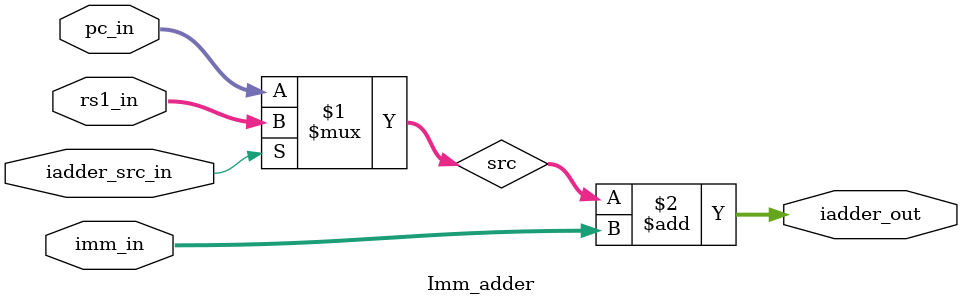
<source format=v>
module Imm_adder (
    input wire [31:0] pc_in,
    input wire [31:0] rs1_in,
    input wire [31:0] imm_in,
    input wire iadder_src_in,
    output wire [31:0] iadder_out
);

    // Intermediate signal for the selected source
    wire [31:0] src;

    // 2:1 Mux to select between pc_in and rs_1_in
    assign src = (iadder_src_in) ? rs1_in : pc_in;

    // Adder to compute the immediate address
    assign iadder_out = src + imm_in;

endmodule

</source>
